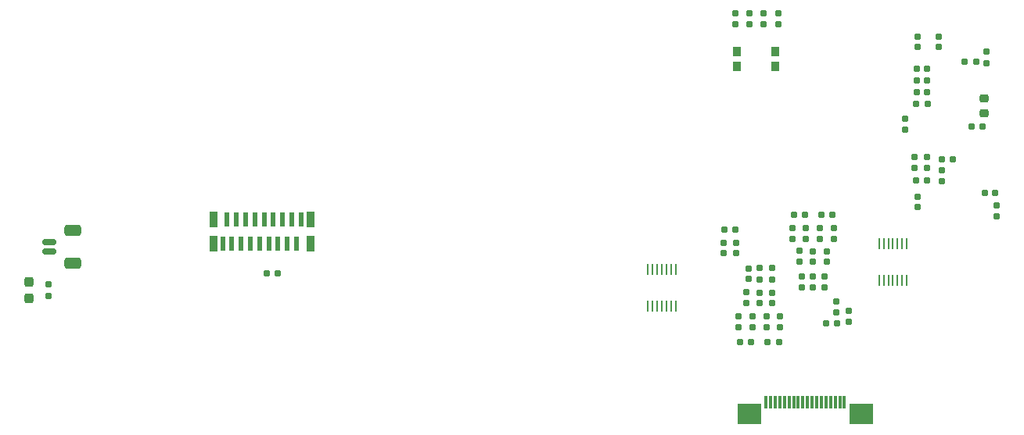
<source format=gbr>
%TF.GenerationSoftware,KiCad,Pcbnew,(7.0.0)*%
%TF.CreationDate,2023-05-27T11:58:37+01:00*%
%TF.ProjectId,all,616c6c2e-6b69-4636-9164-5f7063625858,rev?*%
%TF.SameCoordinates,Original*%
%TF.FileFunction,Paste,Top*%
%TF.FilePolarity,Positive*%
%FSLAX46Y46*%
G04 Gerber Fmt 4.6, Leading zero omitted, Abs format (unit mm)*
G04 Created by KiCad (PCBNEW (7.0.0)) date 2023-05-27 11:58:37*
%MOMM*%
%LPD*%
G01*
G04 APERTURE LIST*
G04 Aperture macros list*
%AMRoundRect*
0 Rectangle with rounded corners*
0 $1 Rounding radius*
0 $2 $3 $4 $5 $6 $7 $8 $9 X,Y pos of 4 corners*
0 Add a 4 corners polygon primitive as box body*
4,1,4,$2,$3,$4,$5,$6,$7,$8,$9,$2,$3,0*
0 Add four circle primitives for the rounded corners*
1,1,$1+$1,$2,$3*
1,1,$1+$1,$4,$5*
1,1,$1+$1,$6,$7*
1,1,$1+$1,$8,$9*
0 Add four rect primitives between the rounded corners*
20,1,$1+$1,$2,$3,$4,$5,0*
20,1,$1+$1,$4,$5,$6,$7,0*
20,1,$1+$1,$6,$7,$8,$9,0*
20,1,$1+$1,$8,$9,$2,$3,0*%
G04 Aperture macros list end*
%ADD10RoundRect,0.150000X-0.624737X0.151091X-0.625261X-0.148909X0.624737X-0.151091X0.625261X0.148909X0*%
%ADD11RoundRect,0.250000X-0.649388X0.351134X-0.650610X-0.348865X0.649388X-0.351134X0.650610X0.348865X0*%
%ADD12RoundRect,0.160000X0.160000X-0.197500X0.160000X0.197500X-0.160000X0.197500X-0.160000X-0.197500X0*%
%ADD13RoundRect,0.237500X0.237500X-0.287500X0.237500X0.287500X-0.237500X0.287500X-0.237500X-0.287500X0*%
%ADD14RoundRect,0.155000X-0.212500X-0.155000X0.212500X-0.155000X0.212500X0.155000X-0.212500X0.155000X0*%
%ADD15R,0.280000X1.200000*%
%ADD16R,0.900000X1.000000*%
%ADD17RoundRect,0.155000X0.212500X0.155000X-0.212500X0.155000X-0.212500X-0.155000X0.212500X-0.155000X0*%
%ADD18RoundRect,0.160000X0.197500X0.160000X-0.197500X0.160000X-0.197500X-0.160000X0.197500X-0.160000X0*%
%ADD19RoundRect,0.155000X-0.155000X0.212500X-0.155000X-0.212500X0.155000X-0.212500X0.155000X0.212500X0*%
%ADD20RoundRect,0.155000X0.155000X-0.212500X0.155000X0.212500X-0.155000X0.212500X-0.155000X-0.212500X0*%
%ADD21RoundRect,0.160000X-0.160000X0.197500X-0.160000X-0.197500X0.160000X-0.197500X0.160000X0.197500X0*%
%ADD22RoundRect,0.160000X-0.197500X-0.160000X0.197500X-0.160000X0.197500X0.160000X-0.197500X0.160000X0*%
%ADD23RoundRect,0.218750X-0.256250X0.218750X-0.256250X-0.218750X0.256250X-0.218750X0.256250X0.218750X0*%
%ADD24R,0.304800X1.397000*%
%ADD25R,2.641600X2.311400*%
%ADD26R,0.609600X1.524000*%
%ADD27R,0.812800X1.803400*%
G04 APERTURE END LIST*
D10*
%TO.C,J6*%
X49099638Y-73834107D03*
X49097892Y-74834106D03*
D11*
X51626903Y-72538516D03*
X51620620Y-76138511D03*
%TD*%
D12*
%TO.C,R4*%
X48970457Y-79624156D03*
X48970457Y-78429156D03*
%TD*%
D13*
%TO.C,D1*%
X46870457Y-79901656D03*
X46870457Y-78151656D03*
%TD*%
D14*
%TO.C,C16*%
X133198500Y-82614000D03*
X134333500Y-82614000D03*
%TD*%
D15*
%TO.C,J23*%
X138899999Y-73999999D03*
X138899999Y-77999999D03*
X139399999Y-73999999D03*
X139399999Y-77999999D03*
X139899999Y-73999999D03*
X139899999Y-77999999D03*
X140399999Y-73999999D03*
X140399999Y-77999999D03*
X140899999Y-73999999D03*
X140899999Y-77999999D03*
X141399999Y-73999999D03*
X141399999Y-77999999D03*
X141899999Y-73999999D03*
X141899999Y-77999999D03*
%TD*%
D16*
%TO.C,SW2*%
X127649999Y-54749999D03*
X123549999Y-54749999D03*
X127649999Y-53149999D03*
X123549999Y-53149999D03*
%TD*%
D17*
%TO.C,C77*%
X144098000Y-55040500D03*
X142963000Y-55040500D03*
%TD*%
D18*
%TO.C,R47*%
X128047500Y-84650000D03*
X126852500Y-84650000D03*
%TD*%
D19*
%TO.C,C78*%
X126400000Y-49026500D03*
X126400000Y-50161500D03*
%TD*%
%TO.C,C10*%
X132500000Y-72332500D03*
X132500000Y-73467500D03*
%TD*%
D20*
%TO.C,C58*%
X122050000Y-75017500D03*
X122050000Y-73882500D03*
%TD*%
D19*
%TO.C,C79*%
X127983500Y-49026500D03*
X127983500Y-50161500D03*
%TD*%
D17*
%TO.C,C75*%
X144067500Y-67150000D03*
X142932500Y-67150000D03*
%TD*%
D12*
%TO.C,R7*%
X131750000Y-78745000D03*
X131750000Y-77550000D03*
%TD*%
D21*
%TO.C,R2*%
X150530500Y-53193000D03*
X150530500Y-54388000D03*
%TD*%
D19*
%TO.C,C13*%
X133252500Y-74815000D03*
X133252500Y-75950000D03*
%TD*%
D12*
%TO.C,R43*%
X128202500Y-83047500D03*
X128202500Y-81852500D03*
%TD*%
D21*
%TO.C,R73*%
X123352000Y-48996500D03*
X123352000Y-50191500D03*
%TD*%
%TO.C,R72*%
X124876000Y-48996500D03*
X124876000Y-50191500D03*
%TD*%
D19*
%TO.C,C14*%
X133000000Y-77580000D03*
X133000000Y-78715000D03*
%TD*%
D12*
%TO.C,R4*%
X151650000Y-71050000D03*
X151650000Y-69855000D03*
%TD*%
D19*
%TO.C,C4*%
X143092500Y-51557000D03*
X143092500Y-52692000D03*
%TD*%
D18*
%TO.C,R5*%
X144128000Y-58790500D03*
X142933000Y-58790500D03*
%TD*%
D20*
%TO.C,C1*%
X141700000Y-61585000D03*
X141700000Y-60450000D03*
%TD*%
D12*
%TO.C,R74*%
X142700000Y-65747500D03*
X142700000Y-64552500D03*
%TD*%
D14*
%TO.C,C6*%
X150332500Y-68452500D03*
X151467500Y-68452500D03*
%TD*%
D22*
%TO.C,R1*%
X148933000Y-61290500D03*
X150128000Y-61290500D03*
%TD*%
D20*
%TO.C,C9*%
X131000000Y-73467500D03*
X131000000Y-72332500D03*
%TD*%
D19*
%TO.C,C54*%
X123450000Y-73882500D03*
X123450000Y-75017500D03*
%TD*%
%TO.C,C49*%
X127352500Y-79282500D03*
X127352500Y-80417500D03*
%TD*%
%TO.C,C15*%
X135650000Y-81284500D03*
X135650000Y-82419500D03*
%TD*%
D17*
%TO.C,C47*%
X123305165Y-72450000D03*
X122170165Y-72450000D03*
%TD*%
D20*
%TO.C,C12*%
X130252500Y-75917500D03*
X130252500Y-74782500D03*
%TD*%
D21*
%TO.C,R6*%
X130500000Y-77550000D03*
X130500000Y-78745000D03*
%TD*%
D15*
%TO.C,J24*%
X116899999Y-80749999D03*
X116899999Y-76749999D03*
X116399999Y-80749999D03*
X116399999Y-76749999D03*
X115899999Y-80749999D03*
X115899999Y-76749999D03*
X115399999Y-80749999D03*
X115399999Y-76749999D03*
X114899999Y-80749999D03*
X114899999Y-76749999D03*
X114399999Y-80749999D03*
X114399999Y-76749999D03*
X113899999Y-80749999D03*
X113899999Y-76749999D03*
%TD*%
D12*
%TO.C,R42*%
X126000000Y-77847500D03*
X126000000Y-76652500D03*
%TD*%
%TO.C,R44*%
X127352500Y-77847500D03*
X127352500Y-76652500D03*
%TD*%
D19*
%TO.C,C5*%
X145342500Y-51557000D03*
X145342500Y-52692000D03*
%TD*%
D21*
%TO.C,R10*%
X134000000Y-72302500D03*
X134000000Y-73497500D03*
%TD*%
D14*
%TO.C,C8*%
X145732500Y-64834000D03*
X146867500Y-64834000D03*
%TD*%
D19*
%TO.C,C43*%
X124750000Y-76682500D03*
X124750000Y-77817500D03*
%TD*%
D20*
%TO.C,C17*%
X134247500Y-81417500D03*
X134247500Y-80282500D03*
%TD*%
D12*
%TO.C,R53*%
X123702500Y-83047500D03*
X123702500Y-81852500D03*
%TD*%
D20*
%TO.C,C7*%
X145700000Y-67179500D03*
X145700000Y-66044500D03*
%TD*%
D19*
%TO.C,C11*%
X131750000Y-74832500D03*
X131750000Y-75967500D03*
%TD*%
D22*
%TO.C,R8*%
X129652500Y-70850000D03*
X130847500Y-70850000D03*
%TD*%
D20*
%TO.C,C76*%
X143100000Y-70017500D03*
X143100000Y-68882500D03*
%TD*%
D23*
%TO.C,D1*%
X150280500Y-58253000D03*
X150280500Y-59828000D03*
%TD*%
D20*
%TO.C,C52*%
X124552500Y-80385000D03*
X124552500Y-79250000D03*
%TD*%
D22*
%TO.C,R9*%
X132652500Y-70850000D03*
X133847500Y-70850000D03*
%TD*%
D21*
%TO.C,R11*%
X129500000Y-72302500D03*
X129500000Y-73497500D03*
%TD*%
D20*
%TO.C,C50*%
X125952500Y-80417500D03*
X125952500Y-79282500D03*
%TD*%
D14*
%TO.C,C3*%
X142963000Y-57540500D03*
X144098000Y-57540500D03*
%TD*%
D18*
%TO.C,R3*%
X149378000Y-54290500D03*
X148183000Y-54290500D03*
%TD*%
%TO.C,R49*%
X125047500Y-84650000D03*
X123852500Y-84650000D03*
%TD*%
D19*
%TO.C,C48*%
X126702500Y-81882500D03*
X126702500Y-83017500D03*
%TD*%
D12*
%TO.C,R75*%
X144100000Y-65747500D03*
X144100000Y-64552500D03*
%TD*%
D14*
%TO.C,C2*%
X142963000Y-56290500D03*
X144098000Y-56290500D03*
%TD*%
D24*
%TO.C,J1*%
X126650000Y-91204499D03*
X127149999Y-91204499D03*
X127650000Y-91204499D03*
X128149999Y-91204499D03*
X128650001Y-91204499D03*
X129150000Y-91204499D03*
X129649999Y-91204499D03*
X130150001Y-91204499D03*
X130649999Y-91204499D03*
X131150001Y-91204499D03*
X131650000Y-91204499D03*
X132149999Y-91204499D03*
X132650001Y-91204499D03*
X133150000Y-91204499D03*
X133650001Y-91204499D03*
X134150000Y-91204499D03*
X134649999Y-91204499D03*
X135150001Y-91204499D03*
D25*
X136932499Y-92449099D03*
X124867499Y-92449099D03*
%TD*%
D20*
%TO.C,C56*%
X125202500Y-83017500D03*
X125202500Y-81882500D03*
%TD*%
D18*
%TO.C,R5*%
X73843956Y-77214809D03*
X72648956Y-77214809D03*
%TD*%
D26*
%TO.C,J3*%
X67846455Y-74014808D03*
X68346454Y-71322408D03*
X68846453Y-74014808D03*
X69346454Y-71322408D03*
X69846453Y-74014808D03*
X70346455Y-71322408D03*
X70846454Y-74014808D03*
X71346453Y-71322408D03*
X71846454Y-74014808D03*
X72346454Y-71322408D03*
X72846452Y-74014808D03*
X73346454Y-71322408D03*
X73846453Y-74014808D03*
X74346455Y-71322408D03*
X74846454Y-74014808D03*
X75346453Y-71322408D03*
X75846454Y-74014808D03*
X76346453Y-71322408D03*
D27*
X77341554Y-71322408D03*
X66851354Y-71322408D03*
X77341554Y-74014808D03*
X66851354Y-74014808D03*
%TD*%
M02*

</source>
